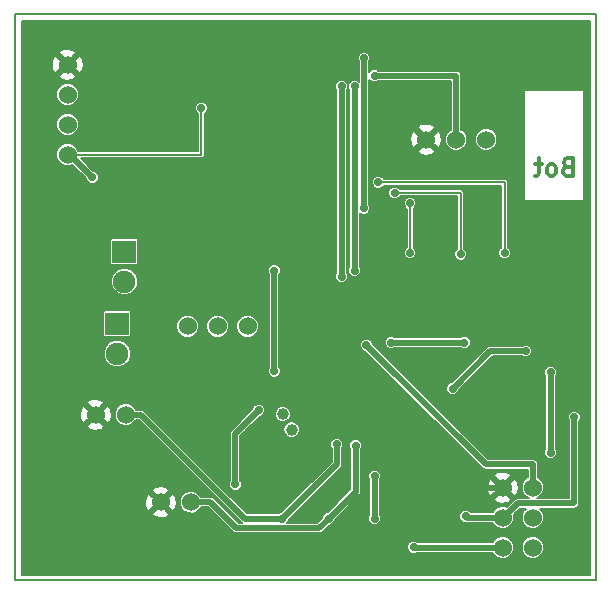
<source format=gbr>
G04 #@! TF.FileFunction,Copper,L2,Bot,Signal*
%FSLAX46Y46*%
G04 Gerber Fmt 4.6, Leading zero omitted, Abs format (unit mm)*
G04 Created by KiCad (PCBNEW 4.0.2-4+6225~38~ubuntu14.04.1-stable) date Fri 13 May 2016 19:11:25 BST*
%MOMM*%
G01*
G04 APERTURE LIST*
%ADD10C,0.100000*%
%ADD11C,0.150000*%
%ADD12C,0.300000*%
%ADD13C,1.524000*%
%ADD14R,2.000000X1.900000*%
%ADD15C,1.900000*%
%ADD16C,1.000760*%
%ADD17C,0.700000*%
%ADD18C,0.500000*%
%ADD19C,0.200000*%
%ADD20C,0.130000*%
G04 APERTURE END LIST*
D10*
D11*
X75192000Y-113481000D02*
X75319000Y-113481000D01*
X75192000Y-65602000D02*
X75192000Y-113481000D01*
X124341000Y-65602000D02*
X75192000Y-65602000D01*
X124341000Y-113481000D02*
X124341000Y-65602000D01*
X75319000Y-113481000D02*
X124341000Y-113481000D01*
D12*
X121900000Y-78492857D02*
X121685714Y-78564286D01*
X121614286Y-78635714D01*
X121542857Y-78778571D01*
X121542857Y-78992857D01*
X121614286Y-79135714D01*
X121685714Y-79207143D01*
X121828572Y-79278571D01*
X122400000Y-79278571D01*
X122400000Y-77778571D01*
X121900000Y-77778571D01*
X121757143Y-77850000D01*
X121685714Y-77921429D01*
X121614286Y-78064286D01*
X121614286Y-78207143D01*
X121685714Y-78350000D01*
X121757143Y-78421429D01*
X121900000Y-78492857D01*
X122400000Y-78492857D01*
X120685714Y-79278571D02*
X120828572Y-79207143D01*
X120900000Y-79135714D01*
X120971429Y-78992857D01*
X120971429Y-78564286D01*
X120900000Y-78421429D01*
X120828572Y-78350000D01*
X120685714Y-78278571D01*
X120471429Y-78278571D01*
X120328572Y-78350000D01*
X120257143Y-78421429D01*
X120185714Y-78564286D01*
X120185714Y-78992857D01*
X120257143Y-79135714D01*
X120328572Y-79207143D01*
X120471429Y-79278571D01*
X120685714Y-79278571D01*
X119757143Y-78278571D02*
X119185714Y-78278571D01*
X119542857Y-77778571D02*
X119542857Y-79064286D01*
X119471429Y-79207143D01*
X119328571Y-79278571D01*
X119185714Y-79278571D01*
D11*
X80406666Y-109474000D02*
G75*
G03X80406666Y-109474000I-1666666J0D01*
G01*
X76240000Y-109474000D02*
X81240000Y-109474000D01*
X78740000Y-106974000D02*
X78740000Y-111974000D01*
X122062666Y-69342000D02*
G75*
G03X122062666Y-69342000I-1666666J0D01*
G01*
X117896000Y-69342000D02*
X122896000Y-69342000D01*
X120396000Y-66842000D02*
X120396000Y-71842000D01*
D13*
X119000000Y-108200000D03*
X119000000Y-110740000D03*
X119000000Y-105660000D03*
X116460000Y-105660000D03*
X116460000Y-108200000D03*
X116460000Y-110740000D03*
D14*
X83800000Y-91800000D03*
D15*
X83800000Y-94340000D03*
D14*
X84400000Y-85700000D03*
D15*
X84400000Y-88240000D03*
D13*
X79600000Y-69860000D03*
X79600000Y-72400000D03*
X79600000Y-74940000D03*
X79600000Y-77480000D03*
X94840000Y-92000000D03*
X92300000Y-92000000D03*
X89760000Y-92000000D03*
X109960000Y-76200000D03*
X112500000Y-76200000D03*
X115040000Y-76200000D03*
X87500000Y-106900000D03*
X90040000Y-106900000D03*
X82000000Y-99500000D03*
X84540000Y-99500000D03*
D16*
X98574650Y-100748913D03*
X97825350Y-99451087D03*
D17*
X118400000Y-94100000D03*
X112200000Y-97300000D03*
X108900000Y-110700000D03*
X93800000Y-105400000D03*
X95800000Y-99100000D03*
X97100000Y-95800000D03*
X97100000Y-87300000D03*
X104700000Y-69300000D03*
X104700000Y-82000000D03*
X90932000Y-73533000D03*
X81700000Y-79400000D03*
X120500000Y-102700000D03*
X120500000Y-95900000D03*
X104900000Y-93600000D03*
X122500000Y-99700000D03*
X113300000Y-108100000D03*
X116600000Y-85800000D03*
X105900000Y-79800000D03*
X107300000Y-80720000D03*
X112900000Y-85900000D03*
X108600000Y-85800000D03*
X108600000Y-81580000D03*
X113200000Y-93400000D03*
X107000000Y-93400000D03*
X105600000Y-104700000D03*
X105600000Y-108300000D03*
X102400000Y-102000000D03*
X97800000Y-108300000D03*
X104000000Y-102100000D03*
X101700000Y-108300000D03*
X103900000Y-71700000D03*
X103900000Y-87300000D03*
X105600000Y-70800000D03*
X102800000Y-71700000D03*
X102800000Y-87800000D03*
D18*
X116460000Y-105660000D02*
X109859000Y-105660000D01*
X109859000Y-105660000D02*
X109855000Y-105664000D01*
X115400000Y-94100000D02*
X118400000Y-94100000D01*
X112200000Y-97300000D02*
X115400000Y-94100000D01*
X108940000Y-110740000D02*
X116460000Y-110740000D01*
X108900000Y-110700000D02*
X108940000Y-110740000D01*
X93800000Y-101100000D02*
X93800000Y-105400000D01*
X95800000Y-99100000D02*
X93800000Y-101100000D01*
X97100000Y-87300000D02*
X97100000Y-95800000D01*
X104700000Y-69300000D02*
X104700000Y-82000000D01*
D19*
X90922000Y-77480000D02*
X79600000Y-77480000D01*
X90932000Y-77470000D02*
X90922000Y-77480000D01*
X90932000Y-73533000D02*
X90932000Y-77470000D01*
D18*
X81700000Y-79400000D02*
X79830000Y-77530000D01*
X120500000Y-102700000D02*
X120500000Y-95900000D01*
X119000000Y-103700000D02*
X119000000Y-105660000D01*
X115000000Y-103700000D02*
X119000000Y-103700000D01*
X104900000Y-93600000D02*
X115000000Y-103700000D01*
X116460000Y-108200000D02*
X116500000Y-108200000D01*
X116500000Y-108200000D02*
X117700000Y-107000000D01*
X122500000Y-107000000D02*
X122500000Y-99700000D01*
X117700000Y-107000000D02*
X122500000Y-107000000D01*
X113400000Y-108200000D02*
X116460000Y-108200000D01*
X113300000Y-108100000D02*
X113400000Y-108200000D01*
D19*
X116600000Y-79800000D02*
X116600000Y-85800000D01*
X105900000Y-79800000D02*
X116600000Y-79800000D01*
X112900000Y-80820000D02*
X112900000Y-85900000D01*
X112900000Y-80720000D02*
X112900000Y-80820000D01*
X107300000Y-80720000D02*
X112900000Y-80720000D01*
X108600000Y-81580000D02*
X108600000Y-85800000D01*
D18*
X107000000Y-93400000D02*
X113200000Y-93400000D01*
X105600000Y-108300000D02*
X105600000Y-104700000D01*
X84540000Y-99500000D02*
X85800000Y-99500000D01*
X94600000Y-108300000D02*
X97800000Y-108300000D01*
X85800000Y-99500000D02*
X94600000Y-108300000D01*
X102400000Y-103700000D02*
X102400000Y-102000000D01*
X97800000Y-108300000D02*
X102400000Y-103700000D01*
X93900000Y-109100000D02*
X100900000Y-109100000D01*
X91700000Y-106900000D02*
X93900000Y-109100000D01*
X90040000Y-106900000D02*
X91700000Y-106900000D01*
X100900000Y-109100000D02*
X101700000Y-108300000D01*
X104000000Y-106000000D02*
X104000000Y-102100000D01*
X101700000Y-108300000D02*
X104000000Y-106000000D01*
X103900000Y-87300000D02*
X103900000Y-71700000D01*
X112500000Y-76200000D02*
X112500000Y-70800000D01*
X112500000Y-70800000D02*
X105600000Y-70800000D01*
X102800000Y-71700000D02*
X102800000Y-87800000D01*
D20*
G36*
X123835000Y-113035000D02*
X75765000Y-113035000D01*
X75765000Y-110807932D01*
X108354906Y-110807932D01*
X108437702Y-111008314D01*
X108590879Y-111161759D01*
X108791117Y-111244905D01*
X109007932Y-111245094D01*
X109153371Y-111185000D01*
X115608395Y-111185000D01*
X115648222Y-111281389D01*
X115917195Y-111550832D01*
X116268806Y-111696834D01*
X116649524Y-111697166D01*
X117001389Y-111551778D01*
X117270832Y-111282805D01*
X117416834Y-110931194D01*
X117416835Y-110929524D01*
X118042834Y-110929524D01*
X118188222Y-111281389D01*
X118457195Y-111550832D01*
X118808806Y-111696834D01*
X119189524Y-111697166D01*
X119541389Y-111551778D01*
X119810832Y-111282805D01*
X119956834Y-110931194D01*
X119957166Y-110550476D01*
X119811778Y-110198611D01*
X119542805Y-109929168D01*
X119191194Y-109783166D01*
X118810476Y-109782834D01*
X118458611Y-109928222D01*
X118189168Y-110197195D01*
X118043166Y-110548806D01*
X118042834Y-110929524D01*
X117416835Y-110929524D01*
X117417166Y-110550476D01*
X117271778Y-110198611D01*
X117002805Y-109929168D01*
X116651194Y-109783166D01*
X116270476Y-109782834D01*
X115918611Y-109928222D01*
X115649168Y-110197195D01*
X115608556Y-110295000D01*
X109265781Y-110295000D01*
X109209121Y-110238241D01*
X109008883Y-110155095D01*
X108792068Y-110154906D01*
X108591686Y-110237702D01*
X108438241Y-110390879D01*
X108355095Y-110591117D01*
X108354906Y-110807932D01*
X75765000Y-110807932D01*
X75765000Y-107884399D01*
X86782888Y-107884399D01*
X86860588Y-108101621D01*
X87369101Y-108254846D01*
X87897542Y-108201807D01*
X88139412Y-108101621D01*
X88217112Y-107884399D01*
X87500000Y-107167286D01*
X86782888Y-107884399D01*
X75765000Y-107884399D01*
X75765000Y-106769101D01*
X86145154Y-106769101D01*
X86198193Y-107297542D01*
X86298379Y-107539412D01*
X86515601Y-107617112D01*
X87232714Y-106900000D01*
X87767286Y-106900000D01*
X88484399Y-107617112D01*
X88701621Y-107539412D01*
X88854846Y-107030899D01*
X88801807Y-106502458D01*
X88701621Y-106260588D01*
X88484399Y-106182888D01*
X87767286Y-106900000D01*
X87232714Y-106900000D01*
X86515601Y-106182888D01*
X86298379Y-106260588D01*
X86145154Y-106769101D01*
X75765000Y-106769101D01*
X75765000Y-105915601D01*
X86782888Y-105915601D01*
X87500000Y-106632714D01*
X88217112Y-105915601D01*
X88139412Y-105698379D01*
X87630899Y-105545154D01*
X87102458Y-105598193D01*
X86860588Y-105698379D01*
X86782888Y-105915601D01*
X75765000Y-105915601D01*
X75765000Y-100484399D01*
X81282888Y-100484399D01*
X81360588Y-100701621D01*
X81869101Y-100854846D01*
X82397542Y-100801807D01*
X82639412Y-100701621D01*
X82717112Y-100484399D01*
X82000000Y-99767286D01*
X81282888Y-100484399D01*
X75765000Y-100484399D01*
X75765000Y-99369101D01*
X80645154Y-99369101D01*
X80698193Y-99897542D01*
X80798379Y-100139412D01*
X81015601Y-100217112D01*
X81732714Y-99500000D01*
X82267286Y-99500000D01*
X82984399Y-100217112D01*
X83201621Y-100139412D01*
X83337181Y-99689524D01*
X83582834Y-99689524D01*
X83728222Y-100041389D01*
X83997195Y-100310832D01*
X84348806Y-100456834D01*
X84729524Y-100457166D01*
X85081389Y-100311778D01*
X85350832Y-100042805D01*
X85391444Y-99945000D01*
X85615674Y-99945000D01*
X94285335Y-108614660D01*
X94285337Y-108614663D01*
X94345706Y-108655000D01*
X94084325Y-108655000D01*
X92014663Y-106585337D01*
X91870294Y-106488874D01*
X91700000Y-106454999D01*
X91699995Y-106455000D01*
X90891605Y-106455000D01*
X90851778Y-106358611D01*
X90582805Y-106089168D01*
X90231194Y-105943166D01*
X89850476Y-105942834D01*
X89498611Y-106088222D01*
X89229168Y-106357195D01*
X89083166Y-106708806D01*
X89082834Y-107089524D01*
X89228222Y-107441389D01*
X89497195Y-107710832D01*
X89848806Y-107856834D01*
X90229524Y-107857166D01*
X90581389Y-107711778D01*
X90850832Y-107442805D01*
X90891444Y-107345000D01*
X91515674Y-107345000D01*
X93585335Y-109414660D01*
X93585337Y-109414663D01*
X93729706Y-109511126D01*
X93900000Y-109545001D01*
X93900005Y-109545000D01*
X100899995Y-109545000D01*
X100900000Y-109545001D01*
X101070294Y-109511126D01*
X101214663Y-109414663D01*
X101784252Y-108845073D01*
X101807932Y-108845094D01*
X102008314Y-108762298D01*
X102161759Y-108609121D01*
X102244905Y-108408883D01*
X102244926Y-108384400D01*
X104314660Y-106314665D01*
X104314663Y-106314663D01*
X104411126Y-106170294D01*
X104424114Y-106105000D01*
X104445001Y-106000000D01*
X104445000Y-105999995D01*
X104445000Y-104807932D01*
X105054906Y-104807932D01*
X105137702Y-105008314D01*
X105155000Y-105025642D01*
X105155000Y-107974149D01*
X105138241Y-107990879D01*
X105055095Y-108191117D01*
X105054906Y-108407932D01*
X105137702Y-108608314D01*
X105290879Y-108761759D01*
X105491117Y-108844905D01*
X105707932Y-108845094D01*
X105908314Y-108762298D01*
X106061759Y-108609121D01*
X106144905Y-108408883D01*
X106145094Y-108192068D01*
X106062298Y-107991686D01*
X106045000Y-107974358D01*
X106045000Y-106644399D01*
X115742888Y-106644399D01*
X115820588Y-106861621D01*
X116329101Y-107014846D01*
X116857542Y-106961807D01*
X117099412Y-106861621D01*
X117177112Y-106644399D01*
X116460000Y-105927286D01*
X115742888Y-106644399D01*
X106045000Y-106644399D01*
X106045000Y-105529101D01*
X115105154Y-105529101D01*
X115158193Y-106057542D01*
X115258379Y-106299412D01*
X115475601Y-106377112D01*
X116192714Y-105660000D01*
X116727286Y-105660000D01*
X117444399Y-106377112D01*
X117661621Y-106299412D01*
X117814846Y-105790899D01*
X117761807Y-105262458D01*
X117661621Y-105020588D01*
X117444399Y-104942888D01*
X116727286Y-105660000D01*
X116192714Y-105660000D01*
X115475601Y-104942888D01*
X115258379Y-105020588D01*
X115105154Y-105529101D01*
X106045000Y-105529101D01*
X106045000Y-105025851D01*
X106061759Y-105009121D01*
X106144905Y-104808883D01*
X106145021Y-104675601D01*
X115742888Y-104675601D01*
X116460000Y-105392714D01*
X117177112Y-104675601D01*
X117099412Y-104458379D01*
X116590899Y-104305154D01*
X116062458Y-104358193D01*
X115820588Y-104458379D01*
X115742888Y-104675601D01*
X106145021Y-104675601D01*
X106145094Y-104592068D01*
X106062298Y-104391686D01*
X105909121Y-104238241D01*
X105708883Y-104155095D01*
X105492068Y-104154906D01*
X105291686Y-104237702D01*
X105138241Y-104390879D01*
X105055095Y-104591117D01*
X105054906Y-104807932D01*
X104445000Y-104807932D01*
X104445000Y-102425851D01*
X104461759Y-102409121D01*
X104544905Y-102208883D01*
X104545094Y-101992068D01*
X104462298Y-101791686D01*
X104309121Y-101638241D01*
X104108883Y-101555095D01*
X103892068Y-101554906D01*
X103691686Y-101637702D01*
X103538241Y-101790879D01*
X103455095Y-101991117D01*
X103454906Y-102207932D01*
X103537702Y-102408314D01*
X103555000Y-102425642D01*
X103555000Y-105815675D01*
X101615747Y-107754927D01*
X101592068Y-107754906D01*
X101391686Y-107837702D01*
X101238241Y-107990879D01*
X101155095Y-108191117D01*
X101155074Y-108215601D01*
X100715674Y-108655000D01*
X98215800Y-108655000D01*
X98261759Y-108609121D01*
X98344905Y-108408883D01*
X98344926Y-108384400D01*
X102714660Y-104014665D01*
X102714663Y-104014663D01*
X102811126Y-103870294D01*
X102845000Y-103700000D01*
X102845000Y-102325851D01*
X102861759Y-102309121D01*
X102944905Y-102108883D01*
X102945094Y-101892068D01*
X102862298Y-101691686D01*
X102709121Y-101538241D01*
X102508883Y-101455095D01*
X102292068Y-101454906D01*
X102091686Y-101537702D01*
X101938241Y-101690879D01*
X101855095Y-101891117D01*
X101854906Y-102107932D01*
X101937702Y-102308314D01*
X101955000Y-102325642D01*
X101955000Y-103515675D01*
X97715747Y-107754927D01*
X97692068Y-107754906D01*
X97491686Y-107837702D01*
X97474358Y-107855000D01*
X94784325Y-107855000D01*
X92437258Y-105507932D01*
X93254906Y-105507932D01*
X93337702Y-105708314D01*
X93490879Y-105861759D01*
X93691117Y-105944905D01*
X93907932Y-105945094D01*
X94108314Y-105862298D01*
X94261759Y-105709121D01*
X94344905Y-105508883D01*
X94345094Y-105292068D01*
X94262298Y-105091686D01*
X94245000Y-105074358D01*
X94245000Y-101284326D01*
X94642699Y-100886626D01*
X97879150Y-100886626D01*
X97984792Y-101142299D01*
X98180235Y-101338083D01*
X98435724Y-101444172D01*
X98712363Y-101444413D01*
X98968036Y-101338771D01*
X99163820Y-101143328D01*
X99269909Y-100887839D01*
X99270150Y-100611200D01*
X99164508Y-100355527D01*
X98969065Y-100159743D01*
X98713576Y-100053654D01*
X98436937Y-100053413D01*
X98181264Y-100159055D01*
X97985480Y-100354498D01*
X97879391Y-100609987D01*
X97879150Y-100886626D01*
X94642699Y-100886626D01*
X95884252Y-99645073D01*
X95907932Y-99645094D01*
X96044174Y-99588800D01*
X97129850Y-99588800D01*
X97235492Y-99844473D01*
X97430935Y-100040257D01*
X97686424Y-100146346D01*
X97963063Y-100146587D01*
X98218736Y-100040945D01*
X98414520Y-99845502D01*
X98520609Y-99590013D01*
X98520850Y-99313374D01*
X98415208Y-99057701D01*
X98219765Y-98861917D01*
X97964276Y-98755828D01*
X97687637Y-98755587D01*
X97431964Y-98861229D01*
X97236180Y-99056672D01*
X97130091Y-99312161D01*
X97129850Y-99588800D01*
X96044174Y-99588800D01*
X96108314Y-99562298D01*
X96261759Y-99409121D01*
X96344905Y-99208883D01*
X96345094Y-98992068D01*
X96262298Y-98791686D01*
X96109121Y-98638241D01*
X95908883Y-98555095D01*
X95692068Y-98554906D01*
X95491686Y-98637702D01*
X95338241Y-98790879D01*
X95255095Y-98991117D01*
X95255074Y-99015601D01*
X93485337Y-100785337D01*
X93388874Y-100929706D01*
X93354999Y-101100000D01*
X93355000Y-101100005D01*
X93355000Y-105074149D01*
X93338241Y-105090879D01*
X93255095Y-105291117D01*
X93254906Y-105507932D01*
X92437258Y-105507932D01*
X86114663Y-99185337D01*
X85970294Y-99088874D01*
X85800000Y-99054999D01*
X85799995Y-99055000D01*
X85391605Y-99055000D01*
X85351778Y-98958611D01*
X85082805Y-98689168D01*
X84731194Y-98543166D01*
X84350476Y-98542834D01*
X83998611Y-98688222D01*
X83729168Y-98957195D01*
X83583166Y-99308806D01*
X83582834Y-99689524D01*
X83337181Y-99689524D01*
X83354846Y-99630899D01*
X83301807Y-99102458D01*
X83201621Y-98860588D01*
X82984399Y-98782888D01*
X82267286Y-99500000D01*
X81732714Y-99500000D01*
X81015601Y-98782888D01*
X80798379Y-98860588D01*
X80645154Y-99369101D01*
X75765000Y-99369101D01*
X75765000Y-98515601D01*
X81282888Y-98515601D01*
X82000000Y-99232714D01*
X82717112Y-98515601D01*
X82639412Y-98298379D01*
X82130899Y-98145154D01*
X81602458Y-98198193D01*
X81360588Y-98298379D01*
X81282888Y-98515601D01*
X75765000Y-98515601D01*
X75765000Y-94566755D01*
X82654802Y-94566755D01*
X82828750Y-94987743D01*
X83150563Y-95310118D01*
X83571246Y-95484801D01*
X84026755Y-95485198D01*
X84447743Y-95311250D01*
X84770118Y-94989437D01*
X84944801Y-94568754D01*
X84945198Y-94113245D01*
X84771250Y-93692257D01*
X84449437Y-93369882D01*
X84028754Y-93195199D01*
X83573245Y-93194802D01*
X83152257Y-93368750D01*
X82829882Y-93690563D01*
X82655199Y-94111246D01*
X82654802Y-94566755D01*
X75765000Y-94566755D01*
X75765000Y-90850000D01*
X82601180Y-90850000D01*
X82601180Y-92750000D01*
X82614777Y-92822263D01*
X82657484Y-92888631D01*
X82722648Y-92933156D01*
X82800000Y-92948820D01*
X84800000Y-92948820D01*
X84872263Y-92935223D01*
X84938631Y-92892516D01*
X84983156Y-92827352D01*
X84998820Y-92750000D01*
X84998820Y-92189524D01*
X88802834Y-92189524D01*
X88948222Y-92541389D01*
X89217195Y-92810832D01*
X89568806Y-92956834D01*
X89949524Y-92957166D01*
X90301389Y-92811778D01*
X90570832Y-92542805D01*
X90716834Y-92191194D01*
X90716835Y-92189524D01*
X91342834Y-92189524D01*
X91488222Y-92541389D01*
X91757195Y-92810832D01*
X92108806Y-92956834D01*
X92489524Y-92957166D01*
X92841389Y-92811778D01*
X93110832Y-92542805D01*
X93256834Y-92191194D01*
X93256835Y-92189524D01*
X93882834Y-92189524D01*
X94028222Y-92541389D01*
X94297195Y-92810832D01*
X94648806Y-92956834D01*
X95029524Y-92957166D01*
X95381389Y-92811778D01*
X95650832Y-92542805D01*
X95796834Y-92191194D01*
X95797166Y-91810476D01*
X95651778Y-91458611D01*
X95382805Y-91189168D01*
X95031194Y-91043166D01*
X94650476Y-91042834D01*
X94298611Y-91188222D01*
X94029168Y-91457195D01*
X93883166Y-91808806D01*
X93882834Y-92189524D01*
X93256835Y-92189524D01*
X93257166Y-91810476D01*
X93111778Y-91458611D01*
X92842805Y-91189168D01*
X92491194Y-91043166D01*
X92110476Y-91042834D01*
X91758611Y-91188222D01*
X91489168Y-91457195D01*
X91343166Y-91808806D01*
X91342834Y-92189524D01*
X90716835Y-92189524D01*
X90717166Y-91810476D01*
X90571778Y-91458611D01*
X90302805Y-91189168D01*
X89951194Y-91043166D01*
X89570476Y-91042834D01*
X89218611Y-91188222D01*
X88949168Y-91457195D01*
X88803166Y-91808806D01*
X88802834Y-92189524D01*
X84998820Y-92189524D01*
X84998820Y-90850000D01*
X84985223Y-90777737D01*
X84942516Y-90711369D01*
X84877352Y-90666844D01*
X84800000Y-90651180D01*
X82800000Y-90651180D01*
X82727737Y-90664777D01*
X82661369Y-90707484D01*
X82616844Y-90772648D01*
X82601180Y-90850000D01*
X75765000Y-90850000D01*
X75765000Y-88466755D01*
X83254802Y-88466755D01*
X83428750Y-88887743D01*
X83750563Y-89210118D01*
X84171246Y-89384801D01*
X84626755Y-89385198D01*
X85047743Y-89211250D01*
X85370118Y-88889437D01*
X85544801Y-88468754D01*
X85545198Y-88013245D01*
X85371250Y-87592257D01*
X85187247Y-87407932D01*
X96554906Y-87407932D01*
X96637702Y-87608314D01*
X96655000Y-87625642D01*
X96655000Y-95474149D01*
X96638241Y-95490879D01*
X96555095Y-95691117D01*
X96554906Y-95907932D01*
X96637702Y-96108314D01*
X96790879Y-96261759D01*
X96991117Y-96344905D01*
X97207932Y-96345094D01*
X97408314Y-96262298D01*
X97561759Y-96109121D01*
X97644905Y-95908883D01*
X97645094Y-95692068D01*
X97562298Y-95491686D01*
X97545000Y-95474358D01*
X97545000Y-93707932D01*
X104354906Y-93707932D01*
X104437702Y-93908314D01*
X104590879Y-94061759D01*
X104791117Y-94144905D01*
X104815600Y-94144926D01*
X114685337Y-104014663D01*
X114829706Y-104111126D01*
X115000000Y-104145001D01*
X115000005Y-104145000D01*
X118555000Y-104145000D01*
X118555000Y-104808395D01*
X118458611Y-104848222D01*
X118189168Y-105117195D01*
X118043166Y-105468806D01*
X118042834Y-105849524D01*
X118188222Y-106201389D01*
X118457195Y-106470832D01*
X118659894Y-106555000D01*
X117700000Y-106555000D01*
X117529706Y-106588874D01*
X117385337Y-106685337D01*
X117385335Y-106685340D01*
X116775777Y-107294898D01*
X116651194Y-107243166D01*
X116270476Y-107242834D01*
X115918611Y-107388222D01*
X115649168Y-107657195D01*
X115608556Y-107755000D01*
X113725676Y-107755000D01*
X113609121Y-107638241D01*
X113408883Y-107555095D01*
X113192068Y-107554906D01*
X112991686Y-107637702D01*
X112838241Y-107790879D01*
X112755095Y-107991117D01*
X112754906Y-108207932D01*
X112837702Y-108408314D01*
X112990879Y-108561759D01*
X113191117Y-108644905D01*
X113407932Y-108645094D01*
X113408159Y-108645000D01*
X115608395Y-108645000D01*
X115648222Y-108741389D01*
X115917195Y-109010832D01*
X116268806Y-109156834D01*
X116649524Y-109157166D01*
X117001389Y-109011778D01*
X117270832Y-108742805D01*
X117416834Y-108391194D01*
X117417166Y-108010476D01*
X117388420Y-107940906D01*
X117884325Y-107445000D01*
X118401734Y-107445000D01*
X118189168Y-107657195D01*
X118043166Y-108008806D01*
X118042834Y-108389524D01*
X118188222Y-108741389D01*
X118457195Y-109010832D01*
X118808806Y-109156834D01*
X119189524Y-109157166D01*
X119541389Y-109011778D01*
X119810832Y-108742805D01*
X119956834Y-108391194D01*
X119957166Y-108010476D01*
X119811778Y-107658611D01*
X119598540Y-107445000D01*
X122500000Y-107445000D01*
X122670294Y-107411126D01*
X122814663Y-107314663D01*
X122911126Y-107170294D01*
X122945000Y-107000000D01*
X122945000Y-100025851D01*
X122961759Y-100009121D01*
X123044905Y-99808883D01*
X123045094Y-99592068D01*
X122962298Y-99391686D01*
X122809121Y-99238241D01*
X122608883Y-99155095D01*
X122392068Y-99154906D01*
X122191686Y-99237702D01*
X122038241Y-99390879D01*
X121955095Y-99591117D01*
X121954906Y-99807932D01*
X122037702Y-100008314D01*
X122055000Y-100025642D01*
X122055000Y-106555000D01*
X119339977Y-106555000D01*
X119541389Y-106471778D01*
X119810832Y-106202805D01*
X119956834Y-105851194D01*
X119957166Y-105470476D01*
X119811778Y-105118611D01*
X119542805Y-104849168D01*
X119445000Y-104808556D01*
X119445000Y-103700000D01*
X119411126Y-103529706D01*
X119314663Y-103385337D01*
X119170294Y-103288874D01*
X119000000Y-103255000D01*
X115184326Y-103255000D01*
X109337258Y-97407932D01*
X111654906Y-97407932D01*
X111737702Y-97608314D01*
X111890879Y-97761759D01*
X112091117Y-97844905D01*
X112307932Y-97845094D01*
X112508314Y-97762298D01*
X112661759Y-97609121D01*
X112744905Y-97408883D01*
X112744926Y-97384400D01*
X114121393Y-96007932D01*
X119954906Y-96007932D01*
X120037702Y-96208314D01*
X120055000Y-96225642D01*
X120055000Y-102374149D01*
X120038241Y-102390879D01*
X119955095Y-102591117D01*
X119954906Y-102807932D01*
X120037702Y-103008314D01*
X120190879Y-103161759D01*
X120391117Y-103244905D01*
X120607932Y-103245094D01*
X120808314Y-103162298D01*
X120961759Y-103009121D01*
X121044905Y-102808883D01*
X121045094Y-102592068D01*
X120962298Y-102391686D01*
X120945000Y-102374358D01*
X120945000Y-96225851D01*
X120961759Y-96209121D01*
X121044905Y-96008883D01*
X121045094Y-95792068D01*
X120962298Y-95591686D01*
X120809121Y-95438241D01*
X120608883Y-95355095D01*
X120392068Y-95354906D01*
X120191686Y-95437702D01*
X120038241Y-95590879D01*
X119955095Y-95791117D01*
X119954906Y-96007932D01*
X114121393Y-96007932D01*
X115584325Y-94545000D01*
X118074149Y-94545000D01*
X118090879Y-94561759D01*
X118291117Y-94644905D01*
X118507932Y-94645094D01*
X118708314Y-94562298D01*
X118861759Y-94409121D01*
X118944905Y-94208883D01*
X118945094Y-93992068D01*
X118862298Y-93791686D01*
X118709121Y-93638241D01*
X118508883Y-93555095D01*
X118292068Y-93554906D01*
X118091686Y-93637702D01*
X118074358Y-93655000D01*
X115400000Y-93655000D01*
X115229706Y-93688874D01*
X115085337Y-93785337D01*
X115085335Y-93785340D01*
X112115747Y-96754927D01*
X112092068Y-96754906D01*
X111891686Y-96837702D01*
X111738241Y-96990879D01*
X111655095Y-97191117D01*
X111654906Y-97407932D01*
X109337258Y-97407932D01*
X105445073Y-93515747D01*
X105445079Y-93507932D01*
X106454906Y-93507932D01*
X106537702Y-93708314D01*
X106690879Y-93861759D01*
X106891117Y-93944905D01*
X107107932Y-93945094D01*
X107308314Y-93862298D01*
X107325642Y-93845000D01*
X112874149Y-93845000D01*
X112890879Y-93861759D01*
X113091117Y-93944905D01*
X113307932Y-93945094D01*
X113508314Y-93862298D01*
X113661759Y-93709121D01*
X113744905Y-93508883D01*
X113745094Y-93292068D01*
X113662298Y-93091686D01*
X113509121Y-92938241D01*
X113308883Y-92855095D01*
X113092068Y-92854906D01*
X112891686Y-92937702D01*
X112874358Y-92955000D01*
X107325851Y-92955000D01*
X107309121Y-92938241D01*
X107108883Y-92855095D01*
X106892068Y-92854906D01*
X106691686Y-92937702D01*
X106538241Y-93090879D01*
X106455095Y-93291117D01*
X106454906Y-93507932D01*
X105445079Y-93507932D01*
X105445094Y-93492068D01*
X105362298Y-93291686D01*
X105209121Y-93138241D01*
X105008883Y-93055095D01*
X104792068Y-93054906D01*
X104591686Y-93137702D01*
X104438241Y-93290879D01*
X104355095Y-93491117D01*
X104354906Y-93707932D01*
X97545000Y-93707932D01*
X97545000Y-87625851D01*
X97561759Y-87609121D01*
X97644905Y-87408883D01*
X97645094Y-87192068D01*
X97562298Y-86991686D01*
X97409121Y-86838241D01*
X97208883Y-86755095D01*
X96992068Y-86754906D01*
X96791686Y-86837702D01*
X96638241Y-86990879D01*
X96555095Y-87191117D01*
X96554906Y-87407932D01*
X85187247Y-87407932D01*
X85049437Y-87269882D01*
X84628754Y-87095199D01*
X84173245Y-87094802D01*
X83752257Y-87268750D01*
X83429882Y-87590563D01*
X83255199Y-88011246D01*
X83254802Y-88466755D01*
X75765000Y-88466755D01*
X75765000Y-84750000D01*
X83201180Y-84750000D01*
X83201180Y-86650000D01*
X83214777Y-86722263D01*
X83257484Y-86788631D01*
X83322648Y-86833156D01*
X83400000Y-86848820D01*
X85400000Y-86848820D01*
X85472263Y-86835223D01*
X85538631Y-86792516D01*
X85583156Y-86727352D01*
X85598820Y-86650000D01*
X85598820Y-84750000D01*
X85585223Y-84677737D01*
X85542516Y-84611369D01*
X85477352Y-84566844D01*
X85400000Y-84551180D01*
X83400000Y-84551180D01*
X83327737Y-84564777D01*
X83261369Y-84607484D01*
X83216844Y-84672648D01*
X83201180Y-84750000D01*
X75765000Y-84750000D01*
X75765000Y-77669524D01*
X78642834Y-77669524D01*
X78788222Y-78021389D01*
X79057195Y-78290832D01*
X79408806Y-78436834D01*
X79789524Y-78437166D01*
X80014770Y-78344096D01*
X81154927Y-79484252D01*
X81154906Y-79507932D01*
X81237702Y-79708314D01*
X81390879Y-79861759D01*
X81591117Y-79944905D01*
X81807932Y-79945094D01*
X82008314Y-79862298D01*
X82161759Y-79709121D01*
X82244905Y-79508883D01*
X82245094Y-79292068D01*
X82162298Y-79091686D01*
X82009121Y-78938241D01*
X81808883Y-78855095D01*
X81784399Y-78855074D01*
X80704326Y-77775000D01*
X90921995Y-77775000D01*
X90922000Y-77775001D01*
X91016161Y-77756270D01*
X91034892Y-77752544D01*
X91130597Y-77688597D01*
X91140594Y-77678599D01*
X91140597Y-77678597D01*
X91204544Y-77582892D01*
X91215065Y-77530000D01*
X91227001Y-77470000D01*
X91227000Y-77469995D01*
X91227000Y-74000799D01*
X91240314Y-73995298D01*
X91393759Y-73842121D01*
X91476905Y-73641883D01*
X91477094Y-73425068D01*
X91394298Y-73224686D01*
X91241121Y-73071241D01*
X91040883Y-72988095D01*
X90824068Y-72987906D01*
X90623686Y-73070702D01*
X90470241Y-73223879D01*
X90387095Y-73424117D01*
X90386906Y-73640932D01*
X90469702Y-73841314D01*
X90622879Y-73994759D01*
X90637000Y-74000623D01*
X90637000Y-77185000D01*
X80513584Y-77185000D01*
X80411778Y-76938611D01*
X80142805Y-76669168D01*
X79791194Y-76523166D01*
X79410476Y-76522834D01*
X79058611Y-76668222D01*
X78789168Y-76937195D01*
X78643166Y-77288806D01*
X78642834Y-77669524D01*
X75765000Y-77669524D01*
X75765000Y-75129524D01*
X78642834Y-75129524D01*
X78788222Y-75481389D01*
X79057195Y-75750832D01*
X79408806Y-75896834D01*
X79789524Y-75897166D01*
X80141389Y-75751778D01*
X80410832Y-75482805D01*
X80556834Y-75131194D01*
X80557166Y-74750476D01*
X80411778Y-74398611D01*
X80142805Y-74129168D01*
X79791194Y-73983166D01*
X79410476Y-73982834D01*
X79058611Y-74128222D01*
X78789168Y-74397195D01*
X78643166Y-74748806D01*
X78642834Y-75129524D01*
X75765000Y-75129524D01*
X75765000Y-72589524D01*
X78642834Y-72589524D01*
X78788222Y-72941389D01*
X79057195Y-73210832D01*
X79408806Y-73356834D01*
X79789524Y-73357166D01*
X80141389Y-73211778D01*
X80410832Y-72942805D01*
X80556834Y-72591194D01*
X80557166Y-72210476D01*
X80411778Y-71858611D01*
X80361188Y-71807932D01*
X102254906Y-71807932D01*
X102337702Y-72008314D01*
X102355000Y-72025642D01*
X102355000Y-87474149D01*
X102338241Y-87490879D01*
X102255095Y-87691117D01*
X102254906Y-87907932D01*
X102337702Y-88108314D01*
X102490879Y-88261759D01*
X102691117Y-88344905D01*
X102907932Y-88345094D01*
X103108314Y-88262298D01*
X103261759Y-88109121D01*
X103344905Y-87908883D01*
X103345094Y-87692068D01*
X103262298Y-87491686D01*
X103245000Y-87474358D01*
X103245000Y-72025851D01*
X103261759Y-72009121D01*
X103344905Y-71808883D01*
X103344905Y-71807932D01*
X103354906Y-71807932D01*
X103437702Y-72008314D01*
X103455000Y-72025642D01*
X103455000Y-86974149D01*
X103438241Y-86990879D01*
X103355095Y-87191117D01*
X103354906Y-87407932D01*
X103437702Y-87608314D01*
X103590879Y-87761759D01*
X103791117Y-87844905D01*
X104007932Y-87845094D01*
X104208314Y-87762298D01*
X104361759Y-87609121D01*
X104444905Y-87408883D01*
X104445094Y-87192068D01*
X104362298Y-86991686D01*
X104345000Y-86974358D01*
X104345000Y-82415800D01*
X104390879Y-82461759D01*
X104591117Y-82544905D01*
X104807932Y-82545094D01*
X105008314Y-82462298D01*
X105161759Y-82309121D01*
X105244905Y-82108883D01*
X105245094Y-81892068D01*
X105162298Y-81691686D01*
X105158551Y-81687932D01*
X108054906Y-81687932D01*
X108137702Y-81888314D01*
X108290879Y-82041759D01*
X108305000Y-82047623D01*
X108305000Y-85332201D01*
X108291686Y-85337702D01*
X108138241Y-85490879D01*
X108055095Y-85691117D01*
X108054906Y-85907932D01*
X108137702Y-86108314D01*
X108290879Y-86261759D01*
X108491117Y-86344905D01*
X108707932Y-86345094D01*
X108908314Y-86262298D01*
X109061759Y-86109121D01*
X109144905Y-85908883D01*
X109145094Y-85692068D01*
X109062298Y-85491686D01*
X108909121Y-85338241D01*
X108895000Y-85332377D01*
X108895000Y-82047799D01*
X108908314Y-82042298D01*
X109061759Y-81889121D01*
X109144905Y-81688883D01*
X109145094Y-81472068D01*
X109062298Y-81271686D01*
X108909121Y-81118241D01*
X108708883Y-81035095D01*
X108492068Y-81034906D01*
X108291686Y-81117702D01*
X108138241Y-81270879D01*
X108055095Y-81471117D01*
X108054906Y-81687932D01*
X105158551Y-81687932D01*
X105145000Y-81674358D01*
X105145000Y-80827932D01*
X106754906Y-80827932D01*
X106837702Y-81028314D01*
X106990879Y-81181759D01*
X107191117Y-81264905D01*
X107407932Y-81265094D01*
X107608314Y-81182298D01*
X107761759Y-81029121D01*
X107767623Y-81015000D01*
X112605000Y-81015000D01*
X112605000Y-85432201D01*
X112591686Y-85437702D01*
X112438241Y-85590879D01*
X112355095Y-85791117D01*
X112354906Y-86007932D01*
X112437702Y-86208314D01*
X112590879Y-86361759D01*
X112791117Y-86444905D01*
X113007932Y-86445094D01*
X113208314Y-86362298D01*
X113361759Y-86209121D01*
X113444905Y-86008883D01*
X113445094Y-85792068D01*
X113362298Y-85591686D01*
X113209121Y-85438241D01*
X113195000Y-85432377D01*
X113195000Y-80720000D01*
X113172544Y-80607108D01*
X113108597Y-80511403D01*
X113012892Y-80447456D01*
X112900000Y-80425000D01*
X107767799Y-80425000D01*
X107762298Y-80411686D01*
X107609121Y-80258241D01*
X107408883Y-80175095D01*
X107192068Y-80174906D01*
X106991686Y-80257702D01*
X106838241Y-80410879D01*
X106755095Y-80611117D01*
X106754906Y-80827932D01*
X105145000Y-80827932D01*
X105145000Y-79907932D01*
X105354906Y-79907932D01*
X105437702Y-80108314D01*
X105590879Y-80261759D01*
X105791117Y-80344905D01*
X106007932Y-80345094D01*
X106208314Y-80262298D01*
X106361759Y-80109121D01*
X106367623Y-80095000D01*
X116305000Y-80095000D01*
X116305000Y-85332201D01*
X116291686Y-85337702D01*
X116138241Y-85490879D01*
X116055095Y-85691117D01*
X116054906Y-85907932D01*
X116137702Y-86108314D01*
X116290879Y-86261759D01*
X116491117Y-86344905D01*
X116707932Y-86345094D01*
X116908314Y-86262298D01*
X117061759Y-86109121D01*
X117144905Y-85908883D01*
X117145094Y-85692068D01*
X117062298Y-85491686D01*
X116909121Y-85338241D01*
X116895000Y-85332377D01*
X116895000Y-79800000D01*
X116872544Y-79687108D01*
X116808597Y-79591403D01*
X116712892Y-79527456D01*
X116600000Y-79505000D01*
X106367799Y-79505000D01*
X106362298Y-79491686D01*
X106209121Y-79338241D01*
X106008883Y-79255095D01*
X105792068Y-79254906D01*
X105591686Y-79337702D01*
X105438241Y-79490879D01*
X105355095Y-79691117D01*
X105354906Y-79907932D01*
X105145000Y-79907932D01*
X105145000Y-77184399D01*
X109242888Y-77184399D01*
X109320588Y-77401621D01*
X109829101Y-77554846D01*
X110357542Y-77501807D01*
X110599412Y-77401621D01*
X110677112Y-77184399D01*
X109960000Y-76467286D01*
X109242888Y-77184399D01*
X105145000Y-77184399D01*
X105145000Y-76069101D01*
X108605154Y-76069101D01*
X108658193Y-76597542D01*
X108758379Y-76839412D01*
X108975601Y-76917112D01*
X109692714Y-76200000D01*
X110227286Y-76200000D01*
X110944399Y-76917112D01*
X111161621Y-76839412D01*
X111314846Y-76330899D01*
X111261807Y-75802458D01*
X111161621Y-75560588D01*
X110944399Y-75482888D01*
X110227286Y-76200000D01*
X109692714Y-76200000D01*
X108975601Y-75482888D01*
X108758379Y-75560588D01*
X108605154Y-76069101D01*
X105145000Y-76069101D01*
X105145000Y-75215601D01*
X109242888Y-75215601D01*
X109960000Y-75932714D01*
X110677112Y-75215601D01*
X110599412Y-74998379D01*
X110090899Y-74845154D01*
X109562458Y-74898193D01*
X109320588Y-74998379D01*
X109242888Y-75215601D01*
X105145000Y-75215601D01*
X105145000Y-71115625D01*
X105290879Y-71261759D01*
X105491117Y-71344905D01*
X105707932Y-71345094D01*
X105908314Y-71262298D01*
X105925642Y-71245000D01*
X112055000Y-71245000D01*
X112055000Y-75348395D01*
X111958611Y-75388222D01*
X111689168Y-75657195D01*
X111543166Y-76008806D01*
X111542834Y-76389524D01*
X111688222Y-76741389D01*
X111957195Y-77010832D01*
X112308806Y-77156834D01*
X112689524Y-77157166D01*
X113041389Y-77011778D01*
X113310832Y-76742805D01*
X113456834Y-76391194D01*
X113456835Y-76389524D01*
X114082834Y-76389524D01*
X114228222Y-76741389D01*
X114497195Y-77010832D01*
X114848806Y-77156834D01*
X115229524Y-77157166D01*
X115581389Y-77011778D01*
X115850832Y-76742805D01*
X115996834Y-76391194D01*
X115997166Y-76010476D01*
X115851778Y-75658611D01*
X115582805Y-75389168D01*
X115231194Y-75243166D01*
X114850476Y-75242834D01*
X114498611Y-75388222D01*
X114229168Y-75657195D01*
X114083166Y-76008806D01*
X114082834Y-76389524D01*
X113456835Y-76389524D01*
X113457166Y-76010476D01*
X113311778Y-75658611D01*
X113042805Y-75389168D01*
X112945000Y-75348556D01*
X112945000Y-72100000D01*
X118235000Y-72100000D01*
X118235000Y-81300000D01*
X118239445Y-81323625D01*
X118253407Y-81345323D01*
X118274711Y-81359879D01*
X118300000Y-81365000D01*
X123300000Y-81365000D01*
X123323625Y-81360555D01*
X123345323Y-81346593D01*
X123359879Y-81325289D01*
X123365000Y-81300000D01*
X123365000Y-72100000D01*
X123360555Y-72076375D01*
X123346593Y-72054677D01*
X123325289Y-72040121D01*
X123300000Y-72035000D01*
X118300000Y-72035000D01*
X118276375Y-72039445D01*
X118254677Y-72053407D01*
X118240121Y-72074711D01*
X118235000Y-72100000D01*
X112945000Y-72100000D01*
X112945000Y-70800000D01*
X112911126Y-70629706D01*
X112814663Y-70485337D01*
X112670294Y-70388874D01*
X112500000Y-70355000D01*
X105925851Y-70355000D01*
X105909121Y-70338241D01*
X105708883Y-70255095D01*
X105492068Y-70254906D01*
X105291686Y-70337702D01*
X105145000Y-70484132D01*
X105145000Y-69625851D01*
X105161759Y-69609121D01*
X105244905Y-69408883D01*
X105245094Y-69192068D01*
X105162298Y-68991686D01*
X105009121Y-68838241D01*
X104808883Y-68755095D01*
X104592068Y-68754906D01*
X104391686Y-68837702D01*
X104238241Y-68990879D01*
X104155095Y-69191117D01*
X104154906Y-69407932D01*
X104237702Y-69608314D01*
X104255000Y-69625642D01*
X104255000Y-71284200D01*
X104209121Y-71238241D01*
X104008883Y-71155095D01*
X103792068Y-71154906D01*
X103591686Y-71237702D01*
X103438241Y-71390879D01*
X103355095Y-71591117D01*
X103354906Y-71807932D01*
X103344905Y-71807932D01*
X103345094Y-71592068D01*
X103262298Y-71391686D01*
X103109121Y-71238241D01*
X102908883Y-71155095D01*
X102692068Y-71154906D01*
X102491686Y-71237702D01*
X102338241Y-71390879D01*
X102255095Y-71591117D01*
X102254906Y-71807932D01*
X80361188Y-71807932D01*
X80142805Y-71589168D01*
X79791194Y-71443166D01*
X79410476Y-71442834D01*
X79058611Y-71588222D01*
X78789168Y-71857195D01*
X78643166Y-72208806D01*
X78642834Y-72589524D01*
X75765000Y-72589524D01*
X75765000Y-70844399D01*
X78882888Y-70844399D01*
X78960588Y-71061621D01*
X79469101Y-71214846D01*
X79997542Y-71161807D01*
X80239412Y-71061621D01*
X80317112Y-70844399D01*
X79600000Y-70127286D01*
X78882888Y-70844399D01*
X75765000Y-70844399D01*
X75765000Y-69729101D01*
X78245154Y-69729101D01*
X78298193Y-70257542D01*
X78398379Y-70499412D01*
X78615601Y-70577112D01*
X79332714Y-69860000D01*
X79867286Y-69860000D01*
X80584399Y-70577112D01*
X80801621Y-70499412D01*
X80954846Y-69990899D01*
X80901807Y-69462458D01*
X80801621Y-69220588D01*
X80584399Y-69142888D01*
X79867286Y-69860000D01*
X79332714Y-69860000D01*
X78615601Y-69142888D01*
X78398379Y-69220588D01*
X78245154Y-69729101D01*
X75765000Y-69729101D01*
X75765000Y-68875601D01*
X78882888Y-68875601D01*
X79600000Y-69592714D01*
X80317112Y-68875601D01*
X80239412Y-68658379D01*
X79730899Y-68505154D01*
X79202458Y-68558193D01*
X78960588Y-68658379D01*
X78882888Y-68875601D01*
X75765000Y-68875601D01*
X75765000Y-66165000D01*
X123835000Y-66165000D01*
X123835000Y-113035000D01*
X123835000Y-113035000D01*
G37*
X123835000Y-113035000D02*
X75765000Y-113035000D01*
X75765000Y-110807932D01*
X108354906Y-110807932D01*
X108437702Y-111008314D01*
X108590879Y-111161759D01*
X108791117Y-111244905D01*
X109007932Y-111245094D01*
X109153371Y-111185000D01*
X115608395Y-111185000D01*
X115648222Y-111281389D01*
X115917195Y-111550832D01*
X116268806Y-111696834D01*
X116649524Y-111697166D01*
X117001389Y-111551778D01*
X117270832Y-111282805D01*
X117416834Y-110931194D01*
X117416835Y-110929524D01*
X118042834Y-110929524D01*
X118188222Y-111281389D01*
X118457195Y-111550832D01*
X118808806Y-111696834D01*
X119189524Y-111697166D01*
X119541389Y-111551778D01*
X119810832Y-111282805D01*
X119956834Y-110931194D01*
X119957166Y-110550476D01*
X119811778Y-110198611D01*
X119542805Y-109929168D01*
X119191194Y-109783166D01*
X118810476Y-109782834D01*
X118458611Y-109928222D01*
X118189168Y-110197195D01*
X118043166Y-110548806D01*
X118042834Y-110929524D01*
X117416835Y-110929524D01*
X117417166Y-110550476D01*
X117271778Y-110198611D01*
X117002805Y-109929168D01*
X116651194Y-109783166D01*
X116270476Y-109782834D01*
X115918611Y-109928222D01*
X115649168Y-110197195D01*
X115608556Y-110295000D01*
X109265781Y-110295000D01*
X109209121Y-110238241D01*
X109008883Y-110155095D01*
X108792068Y-110154906D01*
X108591686Y-110237702D01*
X108438241Y-110390879D01*
X108355095Y-110591117D01*
X108354906Y-110807932D01*
X75765000Y-110807932D01*
X75765000Y-107884399D01*
X86782888Y-107884399D01*
X86860588Y-108101621D01*
X87369101Y-108254846D01*
X87897542Y-108201807D01*
X88139412Y-108101621D01*
X88217112Y-107884399D01*
X87500000Y-107167286D01*
X86782888Y-107884399D01*
X75765000Y-107884399D01*
X75765000Y-106769101D01*
X86145154Y-106769101D01*
X86198193Y-107297542D01*
X86298379Y-107539412D01*
X86515601Y-107617112D01*
X87232714Y-106900000D01*
X87767286Y-106900000D01*
X88484399Y-107617112D01*
X88701621Y-107539412D01*
X88854846Y-107030899D01*
X88801807Y-106502458D01*
X88701621Y-106260588D01*
X88484399Y-106182888D01*
X87767286Y-106900000D01*
X87232714Y-106900000D01*
X86515601Y-106182888D01*
X86298379Y-106260588D01*
X86145154Y-106769101D01*
X75765000Y-106769101D01*
X75765000Y-105915601D01*
X86782888Y-105915601D01*
X87500000Y-106632714D01*
X88217112Y-105915601D01*
X88139412Y-105698379D01*
X87630899Y-105545154D01*
X87102458Y-105598193D01*
X86860588Y-105698379D01*
X86782888Y-105915601D01*
X75765000Y-105915601D01*
X75765000Y-100484399D01*
X81282888Y-100484399D01*
X81360588Y-100701621D01*
X81869101Y-100854846D01*
X82397542Y-100801807D01*
X82639412Y-100701621D01*
X82717112Y-100484399D01*
X82000000Y-99767286D01*
X81282888Y-100484399D01*
X75765000Y-100484399D01*
X75765000Y-99369101D01*
X80645154Y-99369101D01*
X80698193Y-99897542D01*
X80798379Y-100139412D01*
X81015601Y-100217112D01*
X81732714Y-99500000D01*
X82267286Y-99500000D01*
X82984399Y-100217112D01*
X83201621Y-100139412D01*
X83337181Y-99689524D01*
X83582834Y-99689524D01*
X83728222Y-100041389D01*
X83997195Y-100310832D01*
X84348806Y-100456834D01*
X84729524Y-100457166D01*
X85081389Y-100311778D01*
X85350832Y-100042805D01*
X85391444Y-99945000D01*
X85615674Y-99945000D01*
X94285335Y-108614660D01*
X94285337Y-108614663D01*
X94345706Y-108655000D01*
X94084325Y-108655000D01*
X92014663Y-106585337D01*
X91870294Y-106488874D01*
X91700000Y-106454999D01*
X91699995Y-106455000D01*
X90891605Y-106455000D01*
X90851778Y-106358611D01*
X90582805Y-106089168D01*
X90231194Y-105943166D01*
X89850476Y-105942834D01*
X89498611Y-106088222D01*
X89229168Y-106357195D01*
X89083166Y-106708806D01*
X89082834Y-107089524D01*
X89228222Y-107441389D01*
X89497195Y-107710832D01*
X89848806Y-107856834D01*
X90229524Y-107857166D01*
X90581389Y-107711778D01*
X90850832Y-107442805D01*
X90891444Y-107345000D01*
X91515674Y-107345000D01*
X93585335Y-109414660D01*
X93585337Y-109414663D01*
X93729706Y-109511126D01*
X93900000Y-109545001D01*
X93900005Y-109545000D01*
X100899995Y-109545000D01*
X100900000Y-109545001D01*
X101070294Y-109511126D01*
X101214663Y-109414663D01*
X101784252Y-108845073D01*
X101807932Y-108845094D01*
X102008314Y-108762298D01*
X102161759Y-108609121D01*
X102244905Y-108408883D01*
X102244926Y-108384400D01*
X104314660Y-106314665D01*
X104314663Y-106314663D01*
X104411126Y-106170294D01*
X104424114Y-106105000D01*
X104445001Y-106000000D01*
X104445000Y-105999995D01*
X104445000Y-104807932D01*
X105054906Y-104807932D01*
X105137702Y-105008314D01*
X105155000Y-105025642D01*
X105155000Y-107974149D01*
X105138241Y-107990879D01*
X105055095Y-108191117D01*
X105054906Y-108407932D01*
X105137702Y-108608314D01*
X105290879Y-108761759D01*
X105491117Y-108844905D01*
X105707932Y-108845094D01*
X105908314Y-108762298D01*
X106061759Y-108609121D01*
X106144905Y-108408883D01*
X106145094Y-108192068D01*
X106062298Y-107991686D01*
X106045000Y-107974358D01*
X106045000Y-106644399D01*
X115742888Y-106644399D01*
X115820588Y-106861621D01*
X116329101Y-107014846D01*
X116857542Y-106961807D01*
X117099412Y-106861621D01*
X117177112Y-106644399D01*
X116460000Y-105927286D01*
X115742888Y-106644399D01*
X106045000Y-106644399D01*
X106045000Y-105529101D01*
X115105154Y-105529101D01*
X115158193Y-106057542D01*
X115258379Y-106299412D01*
X115475601Y-106377112D01*
X116192714Y-105660000D01*
X116727286Y-105660000D01*
X117444399Y-106377112D01*
X117661621Y-106299412D01*
X117814846Y-105790899D01*
X117761807Y-105262458D01*
X117661621Y-105020588D01*
X117444399Y-104942888D01*
X116727286Y-105660000D01*
X116192714Y-105660000D01*
X115475601Y-104942888D01*
X115258379Y-105020588D01*
X115105154Y-105529101D01*
X106045000Y-105529101D01*
X106045000Y-105025851D01*
X106061759Y-105009121D01*
X106144905Y-104808883D01*
X106145021Y-104675601D01*
X115742888Y-104675601D01*
X116460000Y-105392714D01*
X117177112Y-104675601D01*
X117099412Y-104458379D01*
X116590899Y-104305154D01*
X116062458Y-104358193D01*
X115820588Y-104458379D01*
X115742888Y-104675601D01*
X106145021Y-104675601D01*
X106145094Y-104592068D01*
X106062298Y-104391686D01*
X105909121Y-104238241D01*
X105708883Y-104155095D01*
X105492068Y-104154906D01*
X105291686Y-104237702D01*
X105138241Y-104390879D01*
X105055095Y-104591117D01*
X105054906Y-104807932D01*
X104445000Y-104807932D01*
X104445000Y-102425851D01*
X104461759Y-102409121D01*
X104544905Y-102208883D01*
X104545094Y-101992068D01*
X104462298Y-101791686D01*
X104309121Y-101638241D01*
X104108883Y-101555095D01*
X103892068Y-101554906D01*
X103691686Y-101637702D01*
X103538241Y-101790879D01*
X103455095Y-101991117D01*
X103454906Y-102207932D01*
X103537702Y-102408314D01*
X103555000Y-102425642D01*
X103555000Y-105815675D01*
X101615747Y-107754927D01*
X101592068Y-107754906D01*
X101391686Y-107837702D01*
X101238241Y-107990879D01*
X101155095Y-108191117D01*
X101155074Y-108215601D01*
X100715674Y-108655000D01*
X98215800Y-108655000D01*
X98261759Y-108609121D01*
X98344905Y-108408883D01*
X98344926Y-108384400D01*
X102714660Y-104014665D01*
X102714663Y-104014663D01*
X102811126Y-103870294D01*
X102845000Y-103700000D01*
X102845000Y-102325851D01*
X102861759Y-102309121D01*
X102944905Y-102108883D01*
X102945094Y-101892068D01*
X102862298Y-101691686D01*
X102709121Y-101538241D01*
X102508883Y-101455095D01*
X102292068Y-101454906D01*
X102091686Y-101537702D01*
X101938241Y-101690879D01*
X101855095Y-101891117D01*
X101854906Y-102107932D01*
X101937702Y-102308314D01*
X101955000Y-102325642D01*
X101955000Y-103515675D01*
X97715747Y-107754927D01*
X97692068Y-107754906D01*
X97491686Y-107837702D01*
X97474358Y-107855000D01*
X94784325Y-107855000D01*
X92437258Y-105507932D01*
X93254906Y-105507932D01*
X93337702Y-105708314D01*
X93490879Y-105861759D01*
X93691117Y-105944905D01*
X93907932Y-105945094D01*
X94108314Y-105862298D01*
X94261759Y-105709121D01*
X94344905Y-105508883D01*
X94345094Y-105292068D01*
X94262298Y-105091686D01*
X94245000Y-105074358D01*
X94245000Y-101284326D01*
X94642699Y-100886626D01*
X97879150Y-100886626D01*
X97984792Y-101142299D01*
X98180235Y-101338083D01*
X98435724Y-101444172D01*
X98712363Y-101444413D01*
X98968036Y-101338771D01*
X99163820Y-101143328D01*
X99269909Y-100887839D01*
X99270150Y-100611200D01*
X99164508Y-100355527D01*
X98969065Y-100159743D01*
X98713576Y-100053654D01*
X98436937Y-100053413D01*
X98181264Y-100159055D01*
X97985480Y-100354498D01*
X97879391Y-100609987D01*
X97879150Y-100886626D01*
X94642699Y-100886626D01*
X95884252Y-99645073D01*
X95907932Y-99645094D01*
X96044174Y-99588800D01*
X97129850Y-99588800D01*
X97235492Y-99844473D01*
X97430935Y-100040257D01*
X97686424Y-100146346D01*
X97963063Y-100146587D01*
X98218736Y-100040945D01*
X98414520Y-99845502D01*
X98520609Y-99590013D01*
X98520850Y-99313374D01*
X98415208Y-99057701D01*
X98219765Y-98861917D01*
X97964276Y-98755828D01*
X97687637Y-98755587D01*
X97431964Y-98861229D01*
X97236180Y-99056672D01*
X97130091Y-99312161D01*
X97129850Y-99588800D01*
X96044174Y-99588800D01*
X96108314Y-99562298D01*
X96261759Y-99409121D01*
X96344905Y-99208883D01*
X96345094Y-98992068D01*
X96262298Y-98791686D01*
X96109121Y-98638241D01*
X95908883Y-98555095D01*
X95692068Y-98554906D01*
X95491686Y-98637702D01*
X95338241Y-98790879D01*
X95255095Y-98991117D01*
X95255074Y-99015601D01*
X93485337Y-100785337D01*
X93388874Y-100929706D01*
X93354999Y-101100000D01*
X93355000Y-101100005D01*
X93355000Y-105074149D01*
X93338241Y-105090879D01*
X93255095Y-105291117D01*
X93254906Y-105507932D01*
X92437258Y-105507932D01*
X86114663Y-99185337D01*
X85970294Y-99088874D01*
X85800000Y-99054999D01*
X85799995Y-99055000D01*
X85391605Y-99055000D01*
X85351778Y-98958611D01*
X85082805Y-98689168D01*
X84731194Y-98543166D01*
X84350476Y-98542834D01*
X83998611Y-98688222D01*
X83729168Y-98957195D01*
X83583166Y-99308806D01*
X83582834Y-99689524D01*
X83337181Y-99689524D01*
X83354846Y-99630899D01*
X83301807Y-99102458D01*
X83201621Y-98860588D01*
X82984399Y-98782888D01*
X82267286Y-99500000D01*
X81732714Y-99500000D01*
X81015601Y-98782888D01*
X80798379Y-98860588D01*
X80645154Y-99369101D01*
X75765000Y-99369101D01*
X75765000Y-98515601D01*
X81282888Y-98515601D01*
X82000000Y-99232714D01*
X82717112Y-98515601D01*
X82639412Y-98298379D01*
X82130899Y-98145154D01*
X81602458Y-98198193D01*
X81360588Y-98298379D01*
X81282888Y-98515601D01*
X75765000Y-98515601D01*
X75765000Y-94566755D01*
X82654802Y-94566755D01*
X82828750Y-94987743D01*
X83150563Y-95310118D01*
X83571246Y-95484801D01*
X84026755Y-95485198D01*
X84447743Y-95311250D01*
X84770118Y-94989437D01*
X84944801Y-94568754D01*
X84945198Y-94113245D01*
X84771250Y-93692257D01*
X84449437Y-93369882D01*
X84028754Y-93195199D01*
X83573245Y-93194802D01*
X83152257Y-93368750D01*
X82829882Y-93690563D01*
X82655199Y-94111246D01*
X82654802Y-94566755D01*
X75765000Y-94566755D01*
X75765000Y-90850000D01*
X82601180Y-90850000D01*
X82601180Y-92750000D01*
X82614777Y-92822263D01*
X82657484Y-92888631D01*
X82722648Y-92933156D01*
X82800000Y-92948820D01*
X84800000Y-92948820D01*
X84872263Y-92935223D01*
X84938631Y-92892516D01*
X84983156Y-92827352D01*
X84998820Y-92750000D01*
X84998820Y-92189524D01*
X88802834Y-92189524D01*
X88948222Y-92541389D01*
X89217195Y-92810832D01*
X89568806Y-92956834D01*
X89949524Y-92957166D01*
X90301389Y-92811778D01*
X90570832Y-92542805D01*
X90716834Y-92191194D01*
X90716835Y-92189524D01*
X91342834Y-92189524D01*
X91488222Y-92541389D01*
X91757195Y-92810832D01*
X92108806Y-92956834D01*
X92489524Y-92957166D01*
X92841389Y-92811778D01*
X93110832Y-92542805D01*
X93256834Y-92191194D01*
X93256835Y-92189524D01*
X93882834Y-92189524D01*
X94028222Y-92541389D01*
X94297195Y-92810832D01*
X94648806Y-92956834D01*
X95029524Y-92957166D01*
X95381389Y-92811778D01*
X95650832Y-92542805D01*
X95796834Y-92191194D01*
X95797166Y-91810476D01*
X95651778Y-91458611D01*
X95382805Y-91189168D01*
X95031194Y-91043166D01*
X94650476Y-91042834D01*
X94298611Y-91188222D01*
X94029168Y-91457195D01*
X93883166Y-91808806D01*
X93882834Y-92189524D01*
X93256835Y-92189524D01*
X93257166Y-91810476D01*
X93111778Y-91458611D01*
X92842805Y-91189168D01*
X92491194Y-91043166D01*
X92110476Y-91042834D01*
X91758611Y-91188222D01*
X91489168Y-91457195D01*
X91343166Y-91808806D01*
X91342834Y-92189524D01*
X90716835Y-92189524D01*
X90717166Y-91810476D01*
X90571778Y-91458611D01*
X90302805Y-91189168D01*
X89951194Y-91043166D01*
X89570476Y-91042834D01*
X89218611Y-91188222D01*
X88949168Y-91457195D01*
X88803166Y-91808806D01*
X88802834Y-92189524D01*
X84998820Y-92189524D01*
X84998820Y-90850000D01*
X84985223Y-90777737D01*
X84942516Y-90711369D01*
X84877352Y-90666844D01*
X84800000Y-90651180D01*
X82800000Y-90651180D01*
X82727737Y-90664777D01*
X82661369Y-90707484D01*
X82616844Y-90772648D01*
X82601180Y-90850000D01*
X75765000Y-90850000D01*
X75765000Y-88466755D01*
X83254802Y-88466755D01*
X83428750Y-88887743D01*
X83750563Y-89210118D01*
X84171246Y-89384801D01*
X84626755Y-89385198D01*
X85047743Y-89211250D01*
X85370118Y-88889437D01*
X85544801Y-88468754D01*
X85545198Y-88013245D01*
X85371250Y-87592257D01*
X85187247Y-87407932D01*
X96554906Y-87407932D01*
X96637702Y-87608314D01*
X96655000Y-87625642D01*
X96655000Y-95474149D01*
X96638241Y-95490879D01*
X96555095Y-95691117D01*
X96554906Y-95907932D01*
X96637702Y-96108314D01*
X96790879Y-96261759D01*
X96991117Y-96344905D01*
X97207932Y-96345094D01*
X97408314Y-96262298D01*
X97561759Y-96109121D01*
X97644905Y-95908883D01*
X97645094Y-95692068D01*
X97562298Y-95491686D01*
X97545000Y-95474358D01*
X97545000Y-93707932D01*
X104354906Y-93707932D01*
X104437702Y-93908314D01*
X104590879Y-94061759D01*
X104791117Y-94144905D01*
X104815600Y-94144926D01*
X114685337Y-104014663D01*
X114829706Y-104111126D01*
X115000000Y-104145001D01*
X115000005Y-104145000D01*
X118555000Y-104145000D01*
X118555000Y-104808395D01*
X118458611Y-104848222D01*
X118189168Y-105117195D01*
X118043166Y-105468806D01*
X118042834Y-105849524D01*
X118188222Y-106201389D01*
X118457195Y-106470832D01*
X118659894Y-106555000D01*
X117700000Y-106555000D01*
X117529706Y-106588874D01*
X117385337Y-106685337D01*
X117385335Y-106685340D01*
X116775777Y-107294898D01*
X116651194Y-107243166D01*
X116270476Y-107242834D01*
X115918611Y-107388222D01*
X115649168Y-107657195D01*
X115608556Y-107755000D01*
X113725676Y-107755000D01*
X113609121Y-107638241D01*
X113408883Y-107555095D01*
X113192068Y-107554906D01*
X112991686Y-107637702D01*
X112838241Y-107790879D01*
X112755095Y-107991117D01*
X112754906Y-108207932D01*
X112837702Y-108408314D01*
X112990879Y-108561759D01*
X113191117Y-108644905D01*
X113407932Y-108645094D01*
X113408159Y-108645000D01*
X115608395Y-108645000D01*
X115648222Y-108741389D01*
X115917195Y-109010832D01*
X116268806Y-109156834D01*
X116649524Y-109157166D01*
X117001389Y-109011778D01*
X117270832Y-108742805D01*
X117416834Y-108391194D01*
X117417166Y-108010476D01*
X117388420Y-107940906D01*
X117884325Y-107445000D01*
X118401734Y-107445000D01*
X118189168Y-107657195D01*
X118043166Y-108008806D01*
X118042834Y-108389524D01*
X118188222Y-108741389D01*
X118457195Y-109010832D01*
X118808806Y-109156834D01*
X119189524Y-109157166D01*
X119541389Y-109011778D01*
X119810832Y-108742805D01*
X119956834Y-108391194D01*
X119957166Y-108010476D01*
X119811778Y-107658611D01*
X119598540Y-107445000D01*
X122500000Y-107445000D01*
X122670294Y-107411126D01*
X122814663Y-107314663D01*
X122911126Y-107170294D01*
X122945000Y-107000000D01*
X122945000Y-100025851D01*
X122961759Y-100009121D01*
X123044905Y-99808883D01*
X123045094Y-99592068D01*
X122962298Y-99391686D01*
X122809121Y-99238241D01*
X122608883Y-99155095D01*
X122392068Y-99154906D01*
X122191686Y-99237702D01*
X122038241Y-99390879D01*
X121955095Y-99591117D01*
X121954906Y-99807932D01*
X122037702Y-100008314D01*
X122055000Y-100025642D01*
X122055000Y-106555000D01*
X119339977Y-106555000D01*
X119541389Y-106471778D01*
X119810832Y-106202805D01*
X119956834Y-105851194D01*
X119957166Y-105470476D01*
X119811778Y-105118611D01*
X119542805Y-104849168D01*
X119445000Y-104808556D01*
X119445000Y-103700000D01*
X119411126Y-103529706D01*
X119314663Y-103385337D01*
X119170294Y-103288874D01*
X119000000Y-103255000D01*
X115184326Y-103255000D01*
X109337258Y-97407932D01*
X111654906Y-97407932D01*
X111737702Y-97608314D01*
X111890879Y-97761759D01*
X112091117Y-97844905D01*
X112307932Y-97845094D01*
X112508314Y-97762298D01*
X112661759Y-97609121D01*
X112744905Y-97408883D01*
X112744926Y-97384400D01*
X114121393Y-96007932D01*
X119954906Y-96007932D01*
X120037702Y-96208314D01*
X120055000Y-96225642D01*
X120055000Y-102374149D01*
X120038241Y-102390879D01*
X119955095Y-102591117D01*
X119954906Y-102807932D01*
X120037702Y-103008314D01*
X120190879Y-103161759D01*
X120391117Y-103244905D01*
X120607932Y-103245094D01*
X120808314Y-103162298D01*
X120961759Y-103009121D01*
X121044905Y-102808883D01*
X121045094Y-102592068D01*
X120962298Y-102391686D01*
X120945000Y-102374358D01*
X120945000Y-96225851D01*
X120961759Y-96209121D01*
X121044905Y-96008883D01*
X121045094Y-95792068D01*
X120962298Y-95591686D01*
X120809121Y-95438241D01*
X120608883Y-95355095D01*
X120392068Y-95354906D01*
X120191686Y-95437702D01*
X120038241Y-95590879D01*
X119955095Y-95791117D01*
X119954906Y-96007932D01*
X114121393Y-96007932D01*
X115584325Y-94545000D01*
X118074149Y-94545000D01*
X118090879Y-94561759D01*
X118291117Y-94644905D01*
X118507932Y-94645094D01*
X118708314Y-94562298D01*
X118861759Y-94409121D01*
X118944905Y-94208883D01*
X118945094Y-93992068D01*
X118862298Y-93791686D01*
X118709121Y-93638241D01*
X118508883Y-93555095D01*
X118292068Y-93554906D01*
X118091686Y-93637702D01*
X118074358Y-93655000D01*
X115400000Y-93655000D01*
X115229706Y-93688874D01*
X115085337Y-93785337D01*
X115085335Y-93785340D01*
X112115747Y-96754927D01*
X112092068Y-96754906D01*
X111891686Y-96837702D01*
X111738241Y-96990879D01*
X111655095Y-97191117D01*
X111654906Y-97407932D01*
X109337258Y-97407932D01*
X105445073Y-93515747D01*
X105445079Y-93507932D01*
X106454906Y-93507932D01*
X106537702Y-93708314D01*
X106690879Y-93861759D01*
X106891117Y-93944905D01*
X107107932Y-93945094D01*
X107308314Y-93862298D01*
X107325642Y-93845000D01*
X112874149Y-93845000D01*
X112890879Y-93861759D01*
X113091117Y-93944905D01*
X113307932Y-93945094D01*
X113508314Y-93862298D01*
X113661759Y-93709121D01*
X113744905Y-93508883D01*
X113745094Y-93292068D01*
X113662298Y-93091686D01*
X113509121Y-92938241D01*
X113308883Y-92855095D01*
X113092068Y-92854906D01*
X112891686Y-92937702D01*
X112874358Y-92955000D01*
X107325851Y-92955000D01*
X107309121Y-92938241D01*
X107108883Y-92855095D01*
X106892068Y-92854906D01*
X106691686Y-92937702D01*
X106538241Y-93090879D01*
X106455095Y-93291117D01*
X106454906Y-93507932D01*
X105445079Y-93507932D01*
X105445094Y-93492068D01*
X105362298Y-93291686D01*
X105209121Y-93138241D01*
X105008883Y-93055095D01*
X104792068Y-93054906D01*
X104591686Y-93137702D01*
X104438241Y-93290879D01*
X104355095Y-93491117D01*
X104354906Y-93707932D01*
X97545000Y-93707932D01*
X97545000Y-87625851D01*
X97561759Y-87609121D01*
X97644905Y-87408883D01*
X97645094Y-87192068D01*
X97562298Y-86991686D01*
X97409121Y-86838241D01*
X97208883Y-86755095D01*
X96992068Y-86754906D01*
X96791686Y-86837702D01*
X96638241Y-86990879D01*
X96555095Y-87191117D01*
X96554906Y-87407932D01*
X85187247Y-87407932D01*
X85049437Y-87269882D01*
X84628754Y-87095199D01*
X84173245Y-87094802D01*
X83752257Y-87268750D01*
X83429882Y-87590563D01*
X83255199Y-88011246D01*
X83254802Y-88466755D01*
X75765000Y-88466755D01*
X75765000Y-84750000D01*
X83201180Y-84750000D01*
X83201180Y-86650000D01*
X83214777Y-86722263D01*
X83257484Y-86788631D01*
X83322648Y-86833156D01*
X83400000Y-86848820D01*
X85400000Y-86848820D01*
X85472263Y-86835223D01*
X85538631Y-86792516D01*
X85583156Y-86727352D01*
X85598820Y-86650000D01*
X85598820Y-84750000D01*
X85585223Y-84677737D01*
X85542516Y-84611369D01*
X85477352Y-84566844D01*
X85400000Y-84551180D01*
X83400000Y-84551180D01*
X83327737Y-84564777D01*
X83261369Y-84607484D01*
X83216844Y-84672648D01*
X83201180Y-84750000D01*
X75765000Y-84750000D01*
X75765000Y-77669524D01*
X78642834Y-77669524D01*
X78788222Y-78021389D01*
X79057195Y-78290832D01*
X79408806Y-78436834D01*
X79789524Y-78437166D01*
X80014770Y-78344096D01*
X81154927Y-79484252D01*
X81154906Y-79507932D01*
X81237702Y-79708314D01*
X81390879Y-79861759D01*
X81591117Y-79944905D01*
X81807932Y-79945094D01*
X82008314Y-79862298D01*
X82161759Y-79709121D01*
X82244905Y-79508883D01*
X82245094Y-79292068D01*
X82162298Y-79091686D01*
X82009121Y-78938241D01*
X81808883Y-78855095D01*
X81784399Y-78855074D01*
X80704326Y-77775000D01*
X90921995Y-77775000D01*
X90922000Y-77775001D01*
X91016161Y-77756270D01*
X91034892Y-77752544D01*
X91130597Y-77688597D01*
X91140594Y-77678599D01*
X91140597Y-77678597D01*
X91204544Y-77582892D01*
X91215065Y-77530000D01*
X91227001Y-77470000D01*
X91227000Y-77469995D01*
X91227000Y-74000799D01*
X91240314Y-73995298D01*
X91393759Y-73842121D01*
X91476905Y-73641883D01*
X91477094Y-73425068D01*
X91394298Y-73224686D01*
X91241121Y-73071241D01*
X91040883Y-72988095D01*
X90824068Y-72987906D01*
X90623686Y-73070702D01*
X90470241Y-73223879D01*
X90387095Y-73424117D01*
X90386906Y-73640932D01*
X90469702Y-73841314D01*
X90622879Y-73994759D01*
X90637000Y-74000623D01*
X90637000Y-77185000D01*
X80513584Y-77185000D01*
X80411778Y-76938611D01*
X80142805Y-76669168D01*
X79791194Y-76523166D01*
X79410476Y-76522834D01*
X79058611Y-76668222D01*
X78789168Y-76937195D01*
X78643166Y-77288806D01*
X78642834Y-77669524D01*
X75765000Y-77669524D01*
X75765000Y-75129524D01*
X78642834Y-75129524D01*
X78788222Y-75481389D01*
X79057195Y-75750832D01*
X79408806Y-75896834D01*
X79789524Y-75897166D01*
X80141389Y-75751778D01*
X80410832Y-75482805D01*
X80556834Y-75131194D01*
X80557166Y-74750476D01*
X80411778Y-74398611D01*
X80142805Y-74129168D01*
X79791194Y-73983166D01*
X79410476Y-73982834D01*
X79058611Y-74128222D01*
X78789168Y-74397195D01*
X78643166Y-74748806D01*
X78642834Y-75129524D01*
X75765000Y-75129524D01*
X75765000Y-72589524D01*
X78642834Y-72589524D01*
X78788222Y-72941389D01*
X79057195Y-73210832D01*
X79408806Y-73356834D01*
X79789524Y-73357166D01*
X80141389Y-73211778D01*
X80410832Y-72942805D01*
X80556834Y-72591194D01*
X80557166Y-72210476D01*
X80411778Y-71858611D01*
X80361188Y-71807932D01*
X102254906Y-71807932D01*
X102337702Y-72008314D01*
X102355000Y-72025642D01*
X102355000Y-87474149D01*
X102338241Y-87490879D01*
X102255095Y-87691117D01*
X102254906Y-87907932D01*
X102337702Y-88108314D01*
X102490879Y-88261759D01*
X102691117Y-88344905D01*
X102907932Y-88345094D01*
X103108314Y-88262298D01*
X103261759Y-88109121D01*
X103344905Y-87908883D01*
X103345094Y-87692068D01*
X103262298Y-87491686D01*
X103245000Y-87474358D01*
X103245000Y-72025851D01*
X103261759Y-72009121D01*
X103344905Y-71808883D01*
X103344905Y-71807932D01*
X103354906Y-71807932D01*
X103437702Y-72008314D01*
X103455000Y-72025642D01*
X103455000Y-86974149D01*
X103438241Y-86990879D01*
X103355095Y-87191117D01*
X103354906Y-87407932D01*
X103437702Y-87608314D01*
X103590879Y-87761759D01*
X103791117Y-87844905D01*
X104007932Y-87845094D01*
X104208314Y-87762298D01*
X104361759Y-87609121D01*
X104444905Y-87408883D01*
X104445094Y-87192068D01*
X104362298Y-86991686D01*
X104345000Y-86974358D01*
X104345000Y-82415800D01*
X104390879Y-82461759D01*
X104591117Y-82544905D01*
X104807932Y-82545094D01*
X105008314Y-82462298D01*
X105161759Y-82309121D01*
X105244905Y-82108883D01*
X105245094Y-81892068D01*
X105162298Y-81691686D01*
X105158551Y-81687932D01*
X108054906Y-81687932D01*
X108137702Y-81888314D01*
X108290879Y-82041759D01*
X108305000Y-82047623D01*
X108305000Y-85332201D01*
X108291686Y-85337702D01*
X108138241Y-85490879D01*
X108055095Y-85691117D01*
X108054906Y-85907932D01*
X108137702Y-86108314D01*
X108290879Y-86261759D01*
X108491117Y-86344905D01*
X108707932Y-86345094D01*
X108908314Y-86262298D01*
X109061759Y-86109121D01*
X109144905Y-85908883D01*
X109145094Y-85692068D01*
X109062298Y-85491686D01*
X108909121Y-85338241D01*
X108895000Y-85332377D01*
X108895000Y-82047799D01*
X108908314Y-82042298D01*
X109061759Y-81889121D01*
X109144905Y-81688883D01*
X109145094Y-81472068D01*
X109062298Y-81271686D01*
X108909121Y-81118241D01*
X108708883Y-81035095D01*
X108492068Y-81034906D01*
X108291686Y-81117702D01*
X108138241Y-81270879D01*
X108055095Y-81471117D01*
X108054906Y-81687932D01*
X105158551Y-81687932D01*
X105145000Y-81674358D01*
X105145000Y-80827932D01*
X106754906Y-80827932D01*
X106837702Y-81028314D01*
X106990879Y-81181759D01*
X107191117Y-81264905D01*
X107407932Y-81265094D01*
X107608314Y-81182298D01*
X107761759Y-81029121D01*
X107767623Y-81015000D01*
X112605000Y-81015000D01*
X112605000Y-85432201D01*
X112591686Y-85437702D01*
X112438241Y-85590879D01*
X112355095Y-85791117D01*
X112354906Y-86007932D01*
X112437702Y-86208314D01*
X112590879Y-86361759D01*
X112791117Y-86444905D01*
X113007932Y-86445094D01*
X113208314Y-86362298D01*
X113361759Y-86209121D01*
X113444905Y-86008883D01*
X113445094Y-85792068D01*
X113362298Y-85591686D01*
X113209121Y-85438241D01*
X113195000Y-85432377D01*
X113195000Y-80720000D01*
X113172544Y-80607108D01*
X113108597Y-80511403D01*
X113012892Y-80447456D01*
X112900000Y-80425000D01*
X107767799Y-80425000D01*
X107762298Y-80411686D01*
X107609121Y-80258241D01*
X107408883Y-80175095D01*
X107192068Y-80174906D01*
X106991686Y-80257702D01*
X106838241Y-80410879D01*
X106755095Y-80611117D01*
X106754906Y-80827932D01*
X105145000Y-80827932D01*
X105145000Y-79907932D01*
X105354906Y-79907932D01*
X105437702Y-80108314D01*
X105590879Y-80261759D01*
X105791117Y-80344905D01*
X106007932Y-80345094D01*
X106208314Y-80262298D01*
X106361759Y-80109121D01*
X106367623Y-80095000D01*
X116305000Y-80095000D01*
X116305000Y-85332201D01*
X116291686Y-85337702D01*
X116138241Y-85490879D01*
X116055095Y-85691117D01*
X116054906Y-85907932D01*
X116137702Y-86108314D01*
X116290879Y-86261759D01*
X116491117Y-86344905D01*
X116707932Y-86345094D01*
X116908314Y-86262298D01*
X117061759Y-86109121D01*
X117144905Y-85908883D01*
X117145094Y-85692068D01*
X117062298Y-85491686D01*
X116909121Y-85338241D01*
X116895000Y-85332377D01*
X116895000Y-79800000D01*
X116872544Y-79687108D01*
X116808597Y-79591403D01*
X116712892Y-79527456D01*
X116600000Y-79505000D01*
X106367799Y-79505000D01*
X106362298Y-79491686D01*
X106209121Y-79338241D01*
X106008883Y-79255095D01*
X105792068Y-79254906D01*
X105591686Y-79337702D01*
X105438241Y-79490879D01*
X105355095Y-79691117D01*
X105354906Y-79907932D01*
X105145000Y-79907932D01*
X105145000Y-77184399D01*
X109242888Y-77184399D01*
X109320588Y-77401621D01*
X109829101Y-77554846D01*
X110357542Y-77501807D01*
X110599412Y-77401621D01*
X110677112Y-77184399D01*
X109960000Y-76467286D01*
X109242888Y-77184399D01*
X105145000Y-77184399D01*
X105145000Y-76069101D01*
X108605154Y-76069101D01*
X108658193Y-76597542D01*
X108758379Y-76839412D01*
X108975601Y-76917112D01*
X109692714Y-76200000D01*
X110227286Y-76200000D01*
X110944399Y-76917112D01*
X111161621Y-76839412D01*
X111314846Y-76330899D01*
X111261807Y-75802458D01*
X111161621Y-75560588D01*
X110944399Y-75482888D01*
X110227286Y-76200000D01*
X109692714Y-76200000D01*
X108975601Y-75482888D01*
X108758379Y-75560588D01*
X108605154Y-76069101D01*
X105145000Y-76069101D01*
X105145000Y-75215601D01*
X109242888Y-75215601D01*
X109960000Y-75932714D01*
X110677112Y-75215601D01*
X110599412Y-74998379D01*
X110090899Y-74845154D01*
X109562458Y-74898193D01*
X109320588Y-74998379D01*
X109242888Y-75215601D01*
X105145000Y-75215601D01*
X105145000Y-71115625D01*
X105290879Y-71261759D01*
X105491117Y-71344905D01*
X105707932Y-71345094D01*
X105908314Y-71262298D01*
X105925642Y-71245000D01*
X112055000Y-71245000D01*
X112055000Y-75348395D01*
X111958611Y-75388222D01*
X111689168Y-75657195D01*
X111543166Y-76008806D01*
X111542834Y-76389524D01*
X111688222Y-76741389D01*
X111957195Y-77010832D01*
X112308806Y-77156834D01*
X112689524Y-77157166D01*
X113041389Y-77011778D01*
X113310832Y-76742805D01*
X113456834Y-76391194D01*
X113456835Y-76389524D01*
X114082834Y-76389524D01*
X114228222Y-76741389D01*
X114497195Y-77010832D01*
X114848806Y-77156834D01*
X115229524Y-77157166D01*
X115581389Y-77011778D01*
X115850832Y-76742805D01*
X115996834Y-76391194D01*
X115997166Y-76010476D01*
X115851778Y-75658611D01*
X115582805Y-75389168D01*
X115231194Y-75243166D01*
X114850476Y-75242834D01*
X114498611Y-75388222D01*
X114229168Y-75657195D01*
X114083166Y-76008806D01*
X114082834Y-76389524D01*
X113456835Y-76389524D01*
X113457166Y-76010476D01*
X113311778Y-75658611D01*
X113042805Y-75389168D01*
X112945000Y-75348556D01*
X112945000Y-72100000D01*
X118235000Y-72100000D01*
X118235000Y-81300000D01*
X118239445Y-81323625D01*
X118253407Y-81345323D01*
X118274711Y-81359879D01*
X118300000Y-81365000D01*
X123300000Y-81365000D01*
X123323625Y-81360555D01*
X123345323Y-81346593D01*
X123359879Y-81325289D01*
X123365000Y-81300000D01*
X123365000Y-72100000D01*
X123360555Y-72076375D01*
X123346593Y-72054677D01*
X123325289Y-72040121D01*
X123300000Y-72035000D01*
X118300000Y-72035000D01*
X118276375Y-72039445D01*
X118254677Y-72053407D01*
X118240121Y-72074711D01*
X118235000Y-72100000D01*
X112945000Y-72100000D01*
X112945000Y-70800000D01*
X112911126Y-70629706D01*
X112814663Y-70485337D01*
X112670294Y-70388874D01*
X112500000Y-70355000D01*
X105925851Y-70355000D01*
X105909121Y-70338241D01*
X105708883Y-70255095D01*
X105492068Y-70254906D01*
X105291686Y-70337702D01*
X105145000Y-70484132D01*
X105145000Y-69625851D01*
X105161759Y-69609121D01*
X105244905Y-69408883D01*
X105245094Y-69192068D01*
X105162298Y-68991686D01*
X105009121Y-68838241D01*
X104808883Y-68755095D01*
X104592068Y-68754906D01*
X104391686Y-68837702D01*
X104238241Y-68990879D01*
X104155095Y-69191117D01*
X104154906Y-69407932D01*
X104237702Y-69608314D01*
X104255000Y-69625642D01*
X104255000Y-71284200D01*
X104209121Y-71238241D01*
X104008883Y-71155095D01*
X103792068Y-71154906D01*
X103591686Y-71237702D01*
X103438241Y-71390879D01*
X103355095Y-71591117D01*
X103354906Y-71807932D01*
X103344905Y-71807932D01*
X103345094Y-71592068D01*
X103262298Y-71391686D01*
X103109121Y-71238241D01*
X102908883Y-71155095D01*
X102692068Y-71154906D01*
X102491686Y-71237702D01*
X102338241Y-71390879D01*
X102255095Y-71591117D01*
X102254906Y-71807932D01*
X80361188Y-71807932D01*
X80142805Y-71589168D01*
X79791194Y-71443166D01*
X79410476Y-71442834D01*
X79058611Y-71588222D01*
X78789168Y-71857195D01*
X78643166Y-72208806D01*
X78642834Y-72589524D01*
X75765000Y-72589524D01*
X75765000Y-70844399D01*
X78882888Y-70844399D01*
X78960588Y-71061621D01*
X79469101Y-71214846D01*
X79997542Y-71161807D01*
X80239412Y-71061621D01*
X80317112Y-70844399D01*
X79600000Y-70127286D01*
X78882888Y-70844399D01*
X75765000Y-70844399D01*
X75765000Y-69729101D01*
X78245154Y-69729101D01*
X78298193Y-70257542D01*
X78398379Y-70499412D01*
X78615601Y-70577112D01*
X79332714Y-69860000D01*
X79867286Y-69860000D01*
X80584399Y-70577112D01*
X80801621Y-70499412D01*
X80954846Y-69990899D01*
X80901807Y-69462458D01*
X80801621Y-69220588D01*
X80584399Y-69142888D01*
X79867286Y-69860000D01*
X79332714Y-69860000D01*
X78615601Y-69142888D01*
X78398379Y-69220588D01*
X78245154Y-69729101D01*
X75765000Y-69729101D01*
X75765000Y-68875601D01*
X78882888Y-68875601D01*
X79600000Y-69592714D01*
X80317112Y-68875601D01*
X80239412Y-68658379D01*
X79730899Y-68505154D01*
X79202458Y-68558193D01*
X78960588Y-68658379D01*
X78882888Y-68875601D01*
X75765000Y-68875601D01*
X75765000Y-66165000D01*
X123835000Y-66165000D01*
X123835000Y-113035000D01*
M02*

</source>
